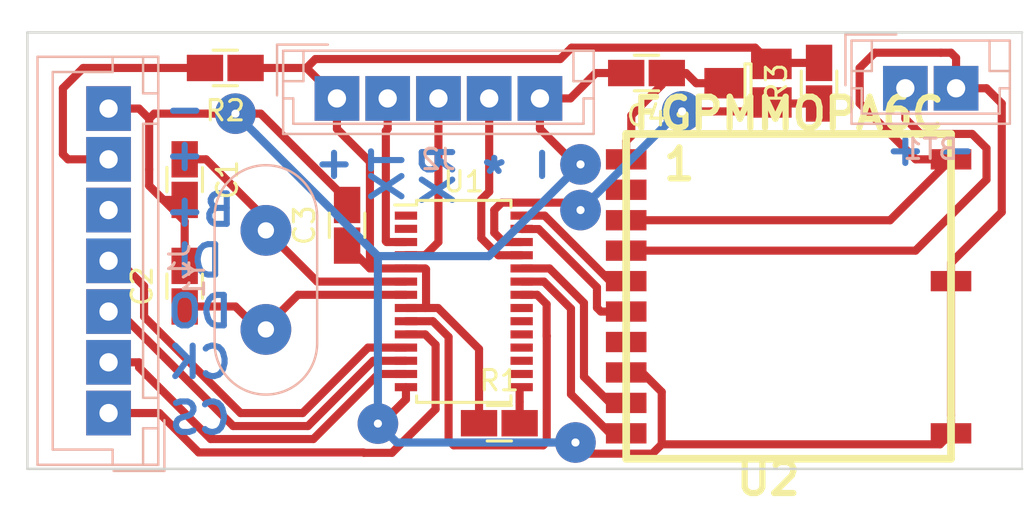
<source format=kicad_pcb>
(kicad_pcb (version 20171130) (host pcbnew 6.0.0-rc1-unknown-ba8647f~66~ubuntu18.04.1)

  (general
    (thickness 1.6)
    (drawings 18)
    (tracks 204)
    (zones 0)
    (modules 14)
    (nets 21)
  )

  (page A4)
  (layers
    (0 F.Cu signal)
    (31 B.Cu signal)
    (32 B.Adhes user)
    (33 F.Adhes user)
    (34 B.Paste user)
    (35 F.Paste user)
    (36 B.SilkS user)
    (37 F.SilkS user)
    (38 B.Mask user)
    (39 F.Mask user)
    (40 Dwgs.User user)
    (41 Cmts.User user)
    (42 Eco1.User user)
    (43 Eco2.User user)
    (44 Edge.Cuts user)
    (45 Margin user)
    (46 B.CrtYd user)
    (47 F.CrtYd user)
    (48 B.Fab user)
    (49 F.Fab user)
  )

  (setup
    (last_trace_width 0.4)
    (trace_clearance 0.24)
    (zone_clearance 0.508)
    (zone_45_only no)
    (trace_min 0.2)
    (via_size 2)
    (via_drill 0.4)
    (via_min_size 0.4)
    (via_min_drill 0.3)
    (uvia_size 0.3)
    (uvia_drill 0.1)
    (uvias_allowed no)
    (uvia_min_size 0.2)
    (uvia_min_drill 0.1)
    (edge_width 0.05)
    (segment_width 0.2)
    (pcb_text_width 0.3)
    (pcb_text_size 1.5 1.5)
    (mod_edge_width 0.12)
    (mod_text_size 1 1)
    (mod_text_width 0.15)
    (pad_size 1.524 1.524)
    (pad_drill 0.762)
    (pad_to_mask_clearance 0.051)
    (solder_mask_min_width 0.25)
    (aux_axis_origin 152.5 102)
    (visible_elements FFFFFF7F)
    (pcbplotparams
      (layerselection 0x010fc_ffffffff)
      (usegerberextensions false)
      (usegerberattributes false)
      (usegerberadvancedattributes false)
      (creategerberjobfile false)
      (excludeedgelayer true)
      (linewidth 0.100000)
      (plotframeref false)
      (viasonmask false)
      (mode 1)
      (useauxorigin false)
      (hpglpennumber 1)
      (hpglpenspeed 20)
      (hpglpendiameter 15.000000)
      (psnegative false)
      (psa4output false)
      (plotreference true)
      (plotvalue true)
      (plotinvisibletext false)
      (padsonsilk false)
      (subtractmaskfromsilk false)
      (outputformat 5)
      (mirror false)
      (drillshape 0)
      (scaleselection 1)
      (outputdirectory ""))
  )

  (net 0 "")
  (net 1 GND)
  (net 2 "Net-(C1-Pad1)")
  (net 3 "Net-(C2-Pad1)")
  (net 4 +3V3)
  (net 5 MOSI)
  (net 6 MISO)
  (net 7 SCK)
  (net 8 CS)
  (net 9 "Net-(R1-Pad2)")
  (net 10 "Net-(J1-Pad6)")
  (net 11 ~EN_GPS)
  (net 12 "Net-(C4-Pad1)")
  (net 13 /GPIO5)
  (net 14 /TX-A)
  (net 15 /RX-A)
  (net 16 "/1PPS(GPIO7)")
  (net 17 "/3DFIX(GPIO6)")
  (net 18 /RX-B)
  (net 19 /TX-B)
  (net 20 /VBACKUP)

  (net_class Default "This is the default net class."
    (clearance 0.24)
    (trace_width 0.4)
    (via_dia 2)
    (via_drill 0.4)
    (uvia_dia 0.3)
    (uvia_drill 0.1)
    (add_net +3V3)
    (add_net "/1PPS(GPIO7)")
    (add_net "/3DFIX(GPIO6)")
    (add_net /GPIO5)
    (add_net /RX-A)
    (add_net /RX-B)
    (add_net /TX-A)
    (add_net /TX-B)
    (add_net /VBACKUP)
    (add_net CS)
    (add_net GND)
    (add_net MISO)
    (add_net MOSI)
    (add_net "Net-(C1-Pad1)")
    (add_net "Net-(C2-Pad1)")
    (add_net "Net-(C4-Pad1)")
    (add_net "Net-(J1-Pad6)")
    (add_net "Net-(R1-Pad2)")
    (add_net SCK)
    (add_net ~EN_GPS)
  )

  (module coddingtonbear:JST_EH_B05B-EH-A_05x2.50mm_Straight_LargePads (layer B.Cu) (tedit 5A7522EC) (tstamp 5BAD75DC)
    (at 167.75 83.75)
    (descr "JST EH series connector, B05B-EH-A, 2.50mm pitch, top entry")
    (tags "connector jst eh top vertical straight")
    (path /5BAE9B28)
    (fp_text reference J2 (at 5 3) (layer B.SilkS)
      (effects (font (size 1 1) (thickness 0.15)) (justify mirror))
    )
    (fp_text value UART-A (at 5 -3.5) (layer B.Fab)
      (effects (font (size 1 1) (thickness 0.15)) (justify mirror))
    )
    (fp_line (start 13.15 2.25) (end -3.15 2.25) (layer B.CrtYd) (width 0.05))
    (fp_line (start 13.15 -2.85) (end 13.15 2.25) (layer B.CrtYd) (width 0.05))
    (fp_line (start -3.15 -2.85) (end 13.15 -2.85) (layer B.CrtYd) (width 0.05))
    (fp_line (start -3.15 2.25) (end -3.15 -2.85) (layer B.CrtYd) (width 0.05))
    (fp_line (start -2.95 -2.65) (end -0.45 -2.65) (layer B.Fab) (width 0.1))
    (fp_line (start -2.95 -0.15) (end -2.95 -2.65) (layer B.Fab) (width 0.1))
    (fp_line (start -2.95 -2.65) (end -0.45 -2.65) (layer B.SilkS) (width 0.12))
    (fp_line (start -2.95 -0.15) (end -2.95 -2.65) (layer B.SilkS) (width 0.12))
    (fp_line (start 11.65 -0.85) (end 11.65 -2.35) (layer B.SilkS) (width 0.12))
    (fp_line (start 12.65 -0.85) (end 11.65 -0.85) (layer B.SilkS) (width 0.12))
    (fp_line (start -1.65 -0.85) (end -1.65 -2.35) (layer B.SilkS) (width 0.12))
    (fp_line (start -2.65 -0.85) (end -1.65 -0.85) (layer B.SilkS) (width 0.12))
    (fp_line (start 12.15 0) (end 12.65 0) (layer B.SilkS) (width 0.12))
    (fp_line (start 12.15 1.25) (end 12.15 0) (layer B.SilkS) (width 0.12))
    (fp_line (start -2.15 1.25) (end 12.15 1.25) (layer B.SilkS) (width 0.12))
    (fp_line (start -2.15 0) (end -2.15 1.25) (layer B.SilkS) (width 0.12))
    (fp_line (start -2.65 0) (end -2.15 0) (layer B.SilkS) (width 0.12))
    (fp_line (start 12.65 1.75) (end -2.65 1.75) (layer B.SilkS) (width 0.12))
    (fp_line (start 12.65 -2.35) (end 12.65 1.75) (layer B.SilkS) (width 0.12))
    (fp_line (start -2.65 -2.35) (end 12.65 -2.35) (layer B.SilkS) (width 0.12))
    (fp_line (start -2.65 1.75) (end -2.65 -2.35) (layer B.SilkS) (width 0.12))
    (fp_line (start 12.5 1.6) (end -2.5 1.6) (layer B.Fab) (width 0.1))
    (fp_line (start 12.5 -2.2) (end 12.5 1.6) (layer B.Fab) (width 0.1))
    (fp_line (start -2.5 -2.2) (end 12.5 -2.2) (layer B.Fab) (width 0.1))
    (fp_line (start -2.5 1.6) (end -2.5 -2.2) (layer B.Fab) (width 0.1))
    (fp_text user %R (at 5 3) (layer B.Fab)
      (effects (font (size 1 1) (thickness 0.15)) (justify mirror))
    )
    (pad 5 thru_hole rect (at 10 0) (size 2.2 2.2) (drill 0.9) (layers *.Cu *.Mask)
      (net 1 GND))
    (pad 4 thru_hole rect (at 7.5 0) (size 2.2 2.2) (drill 0.9) (layers *.Cu *.Mask)
      (net 13 /GPIO5))
    (pad 3 thru_hole rect (at 5 0) (size 2.2 2.2) (drill 0.9) (layers *.Cu *.Mask)
      (net 15 /RX-A))
    (pad 2 thru_hole rect (at 2.5 0) (size 2.2 2.2) (drill 0.9) (layers *.Cu *.Mask)
      (net 14 /TX-A))
    (pad 1 thru_hole rect (at 0 0) (size 2.2 2.2) (drill 0.9) (layers *.Cu *.Mask)
      (net 4 +3V3))
    (model Connectors_JST.3dshapes/JST_EH_B05B-EH-A_05x2.50mm_Straight.wrl
      (at (xyz 0 0 0))
      (scale (xyz 1 1 1))
      (rotate (xyz 0 0 0))
    )
  )

  (module coddingtonbear:Crystal_HC49-U_Vertical_LargePads (layer B.Cu) (tedit 5BAD0565) (tstamp 5BA0A5D3)
    (at 164.25 90.25 270)
    (descr "Crystal THT HC-49/U http://5hertz.com/pdfs/04404_D.pdf")
    (tags "THT crystalHC-49/U")
    (path /5BA0276E)
    (fp_text reference Y1 (at 2.44 3.525 270) (layer B.SilkS)
      (effects (font (size 1 1) (thickness 0.15)) (justify mirror))
    )
    (fp_text value 14.7456M (at 2.44 -3.525 270) (layer B.Fab)
      (effects (font (size 1 1) (thickness 0.15)) (justify mirror))
    )
    (fp_text user %R (at 2.44 0 270) (layer B.Fab)
      (effects (font (size 1 1) (thickness 0.15)) (justify mirror))
    )
    (fp_line (start -0.685 2.325) (end 5.565 2.325) (layer B.Fab) (width 0.1))
    (fp_line (start -0.685 -2.325) (end 5.565 -2.325) (layer B.Fab) (width 0.1))
    (fp_line (start -0.56 2) (end 5.44 2) (layer B.Fab) (width 0.1))
    (fp_line (start -0.56 -2) (end 5.44 -2) (layer B.Fab) (width 0.1))
    (fp_line (start -0.685 2.525) (end 5.565 2.525) (layer B.SilkS) (width 0.12))
    (fp_line (start -0.685 -2.525) (end 5.565 -2.525) (layer B.SilkS) (width 0.12))
    (fp_line (start -3.5 2.8) (end -3.5 -2.8) (layer B.CrtYd) (width 0.05))
    (fp_line (start -3.5 -2.8) (end 8.4 -2.8) (layer B.CrtYd) (width 0.05))
    (fp_line (start 8.4 -2.8) (end 8.4 2.8) (layer B.CrtYd) (width 0.05))
    (fp_line (start 8.4 2.8) (end -3.5 2.8) (layer B.CrtYd) (width 0.05))
    (fp_arc (start -0.685 0) (end -0.685 2.325) (angle 180) (layer B.Fab) (width 0.1))
    (fp_arc (start 5.565 0) (end 5.565 2.325) (angle -180) (layer B.Fab) (width 0.1))
    (fp_arc (start -0.56 0) (end -0.56 2) (angle 180) (layer B.Fab) (width 0.1))
    (fp_arc (start 5.44 0) (end 5.44 2) (angle -180) (layer B.Fab) (width 0.1))
    (fp_arc (start -0.685 0) (end -0.685 2.525) (angle 180) (layer B.SilkS) (width 0.12))
    (fp_arc (start 5.565 0) (end 5.565 2.525) (angle -180) (layer B.SilkS) (width 0.12))
    (pad 1 thru_hole circle (at 0 0 270) (size 2.5 2.5) (drill 0.8) (layers *.Cu *.Mask)
      (net 2 "Net-(C1-Pad1)"))
    (pad 2 thru_hole circle (at 4.88 0 270) (size 2.5 2.5) (drill 0.8) (layers *.Cu *.Mask)
      (net 3 "Net-(C2-Pad1)"))
    (model ${KISYS3DMOD}/Crystal.3dshapes/Crystal_HC49-U_Vertical.wrl
      (at (xyz 0 0 0))
      (scale (xyz 1 1 1))
      (rotate (xyz 0 0 0))
    )
  )

  (module coddingtonbear:0805_Milling (layer F.Cu) (tedit 5A864972) (tstamp 5BAD111B)
    (at 191.5 83 90)
    (descr "Resistor SMD 0805, reflow soldering, Vishay (see dcrcw.pdf)")
    (tags "resistor 0805")
    (path /5BADF797)
    (attr smd)
    (fp_text reference R3 (at 0 -2.1 90) (layer F.SilkS)
      (effects (font (size 1 1) (thickness 0.15)))
    )
    (fp_text value 10k (at 0 2.1 90) (layer F.Fab)
      (effects (font (size 1 1) (thickness 0.15)))
    )
    (fp_line (start 0.6 0.875) (end -0.6 0.875) (layer F.SilkS) (width 0.15))
    (fp_line (start -0.6 -0.875) (end 0.6 -0.875) (layer F.SilkS) (width 0.15))
    (pad 1 smd rect (at -1 0 90) (size 1.79 1.3) (layers F.Cu F.Paste F.Mask)
      (net 11 ~EN_GPS))
    (pad 2 smd rect (at 1 0 90) (size 1.79 1.3) (layers F.Cu F.Paste F.Mask)
      (net 4 +3V3))
    (model Resistors_SMD.3dshapes/R_0805.wrl
      (at (xyz 0 0 0))
      (scale (xyz 1 1 1))
      (rotate (xyz 0 0 0))
    )
  )

  (module coddingtonbear:0805_Milling (layer F.Cu) (tedit 5A864972) (tstamp 5BAD1113)
    (at 162.25 82.25 180)
    (descr "Resistor SMD 0805, reflow soldering, Vishay (see dcrcw.pdf)")
    (tags "resistor 0805")
    (path /5BAE2014)
    (attr smd)
    (fp_text reference R2 (at 0 -2.1 180) (layer F.SilkS)
      (effects (font (size 1 1) (thickness 0.15)))
    )
    (fp_text value 0 (at 0 2.1 180) (layer F.Fab)
      (effects (font (size 1 1) (thickness 0.15)))
    )
    (fp_line (start 0.6 0.875) (end -0.6 0.875) (layer F.SilkS) (width 0.15))
    (fp_line (start -0.6 -0.875) (end 0.6 -0.875) (layer F.SilkS) (width 0.15))
    (pad 1 smd rect (at -1 0 180) (size 1.79 1.3) (layers F.Cu F.Paste F.Mask)
      (net 4 +3V3))
    (pad 2 smd rect (at 1 0 180) (size 1.79 1.3) (layers F.Cu F.Paste F.Mask)
      (net 10 "Net-(J1-Pad6)"))
    (model Resistors_SMD.3dshapes/R_0805.wrl
      (at (xyz 0 0 0))
      (scale (xyz 1 1 1))
      (rotate (xyz 0 0 0))
    )
  )

  (module coddingtonbear:SOT-23_LargePads (layer F.Cu) (tedit 5A889357) (tstamp 5BAD10FD)
    (at 188 83 180)
    (path /5BADD758)
    (fp_text reference Q1 (at 0 -2.45 180) (layer F.Fab)
      (effects (font (size 1 1) (thickness 0.15)))
    )
    (fp_text value NTR1P02T1 (at 0 2.45 180) (layer F.Fab)
      (effects (font (size 1 1) (thickness 0.15)))
    )
    (fp_line (start -1.9 1.75) (end -1.9 -1.75) (layer F.CrtYd) (width 0.01))
    (fp_line (start 1.9 1.75) (end -1.9 1.75) (layer F.CrtYd) (width 0.01))
    (fp_line (start 1.9 -1.75) (end 1.9 1.75) (layer F.CrtYd) (width 0.01))
    (fp_line (start -1.9 -1.75) (end 1.9 -1.75) (layer F.CrtYd) (width 0.01))
    (fp_line (start -0.15 -0.65) (end 0.15 -0.95) (layer F.SilkS) (width 0.15))
    (fp_line (start -0.15 0.95) (end -0.15 -0.65) (layer F.SilkS) (width 0.15))
    (fp_line (start 0.15 0.95) (end -0.15 0.95) (layer F.SilkS) (width 0.15))
    (fp_line (start 0.15 -0.95) (end 0.15 0.95) (layer F.SilkS) (width 0.15))
    (fp_line (start 0.15 -0.95) (end 0.15 -0.95) (layer F.SilkS) (width 0.15))
    (fp_line (start 1.25 0.24) (end 0.7 0.24) (layer F.Fab) (width 0.01))
    (fp_line (start 1.25 -0.24) (end 1.25 0.24) (layer F.Fab) (width 0.01))
    (fp_line (start 0.7 -0.24) (end 1.25 -0.24) (layer F.Fab) (width 0.01))
    (fp_line (start -1.25 1.19) (end -1.25 0.71) (layer F.Fab) (width 0.01))
    (fp_line (start -0.7 1.19) (end -1.25 1.19) (layer F.Fab) (width 0.01))
    (fp_line (start -1.25 0.71) (end -0.7 0.71) (layer F.Fab) (width 0.01))
    (fp_line (start -1.25 -0.71) (end -1.25 -1.19) (layer F.Fab) (width 0.01))
    (fp_line (start -0.7 -0.71) (end -1.25 -0.71) (layer F.Fab) (width 0.01))
    (fp_line (start -1.25 -1.19) (end -0.7 -1.19) (layer F.Fab) (width 0.01))
    (fp_circle (center 0.1 -0.7) (end 0.1 -0.3) (layer F.Fab) (width 0.01))
    (fp_line (start -0.7 1.5) (end -0.7 -1.5) (layer F.Fab) (width 0.01))
    (fp_line (start 0.7 1.5) (end -0.7 1.5) (layer F.Fab) (width 0.01))
    (fp_line (start 0.7 -1.5) (end 0.7 1.5) (layer F.Fab) (width 0.01))
    (fp_line (start -0.7 -1.5) (end 0.7 -1.5) (layer F.Fab) (width 0.01))
    (pad 3 smd rect (at 1.15 0 180) (size 2 1.5) (layers F.Cu F.Paste F.Mask)
      (net 12 "Net-(C4-Pad1)"))
    (pad 2 smd rect (at -1.15 0.95 180) (size 2 1.5) (layers F.Cu F.Paste F.Mask)
      (net 4 +3V3))
    (pad 1 smd rect (at -1.15 -0.95 180) (size 2 1.5) (layers F.Cu F.Paste F.Mask)
      (net 11 ~EN_GPS))
    (model ${KISYS3DMOD}/TO_SOT_Packages_SMD.3dshapes/SOT-23.wrl
      (at (xyz 0 0 0))
      (scale (xyz 1 1 1))
      (rotate (xyz 0 0 90))
    )
  )

  (module coddingtonbear:FGPMMOPA6C (layer F.Cu) (tedit 5A868156) (tstamp 5BA0A5BC)
    (at 190 93.5)
    (path /5BA00BAD)
    (fp_text reference U2 (at -1.00076 8.99922) (layer F.SilkS)
      (effects (font (size 1.524 1.524) (thickness 0.3048)))
    )
    (fp_text value FGPMMOPA6C (at 0 -8.99922) (layer F.SilkS)
      (effects (font (size 1.524 1.524) (thickness 0.3048)))
    )
    (fp_line (start -8.001 8.001) (end -8.001 0) (layer F.SilkS) (width 0.381))
    (fp_line (start 8.001 8.001) (end -8.001 8.001) (layer F.SilkS) (width 0.381))
    (fp_line (start 8.001 5.99948) (end 8.001 8.001) (layer F.SilkS) (width 0.381))
    (fp_line (start 8.001 -8.001) (end 8.001 5.99948) (layer F.SilkS) (width 0.381))
    (fp_line (start -8.001 -8.001) (end 8.001 -8.001) (layer F.SilkS) (width 0.381))
    (fp_line (start -8.001 0) (end -8.001 -8.001) (layer F.SilkS) (width 0.381))
    (fp_text user 1 (at -5.3848 -6.5024) (layer F.SilkS)
      (effects (font (size 1.524 1.524) (thickness 0.3048)))
    )
    (pad 13 smd rect (at 8.001 -6.74878) (size 1.99898 1.00076) (layers F.Cu F.Paste F.Mask)
      (net 1 GND))
    (pad 12 smd rect (at 8.001 -0.7493) (size 1.99898 1.00076) (layers F.Cu F.Paste F.Mask)
      (net 1 GND))
    (pad 11 smd rect (at 8.001 6.74878) (size 1.99898 1.00076) (layers F.Cu F.Paste F.Mask)
      (net 1 GND))
    (pad 10 smd rect (at -8.001 6.74878) (size 1.99898 1.00076) (layers F.Cu F.Paste F.Mask)
      (net 19 /TX-B))
    (pad 9 smd rect (at -8.001 5.25018) (size 1.99898 1.00076) (layers F.Cu F.Paste F.Mask)
      (net 18 /RX-B))
    (pad 8 smd rect (at -8.001 3.74904) (size 1.99898 1.00076) (layers F.Cu F.Paste F.Mask)
      (net 1 GND))
    (pad 7 smd rect (at -8.001 2.25044) (size 1.99898 1.00076) (layers F.Cu F.Paste F.Mask))
    (pad 6 smd rect (at -8.001 0.7493) (size 1.99898 1.00076) (layers F.Cu F.Paste F.Mask)
      (net 17 "/3DFIX(GPIO6)"))
    (pad 5 smd rect (at -8.001 -0.7493) (size 1.99898 1.00076) (layers F.Cu F.Paste F.Mask)
      (net 16 "/1PPS(GPIO7)"))
    (pad 4 smd rect (at -8.001 -2.25044) (size 1.99898 1.00076) (layers F.Cu F.Paste F.Mask)
      (net 20 /VBACKUP))
    (pad 3 smd rect (at -8.001 -3.74904) (size 1.99898 1.00076) (layers F.Cu F.Paste F.Mask)
      (net 1 GND))
    (pad 2 smd rect (at -8.001 -5.25018) (size 1.99898 1.00076) (layers F.Cu F.Paste F.Mask))
    (pad 1 smd rect (at -8.001 -6.74878) (size 1.99898 1.00076) (layers F.Cu F.Paste F.Mask)
      (net 12 "Net-(C4-Pad1)"))
  )

  (module Package_SO:TSSOP-28_4.4x9.7mm_P0.65mm (layer F.Cu) (tedit 5A02F25C) (tstamp 5BA0A5A4)
    (at 174 93.75)
    (descr "TSSOP28: plastic thin shrink small outline package; 28 leads; body width 4.4 mm; (see NXP SSOP-TSSOP-VSO-REFLOW.pdf and sot361-1_po.pdf)")
    (tags "SSOP 0.65")
    (path /5BA00DD5)
    (attr smd)
    (fp_text reference U1 (at 0 -5.9) (layer F.SilkS)
      (effects (font (size 1 1) (thickness 0.15)))
    )
    (fp_text value SC16IS752IPW (at 0 5.9) (layer F.Fab)
      (effects (font (size 1 1) (thickness 0.15)))
    )
    (fp_text user %R (at 0 0) (layer F.Fab)
      (effects (font (size 0.8 0.8) (thickness 0.15)))
    )
    (fp_line (start -2.325 -4.75) (end -3.4 -4.75) (layer F.SilkS) (width 0.15))
    (fp_line (start -2.325 4.975) (end 2.325 4.975) (layer F.SilkS) (width 0.15))
    (fp_line (start -2.325 -4.975) (end 2.325 -4.975) (layer F.SilkS) (width 0.15))
    (fp_line (start -2.325 4.975) (end -2.325 4.65) (layer F.SilkS) (width 0.15))
    (fp_line (start 2.325 4.975) (end 2.325 4.65) (layer F.SilkS) (width 0.15))
    (fp_line (start 2.325 -4.975) (end 2.325 -4.65) (layer F.SilkS) (width 0.15))
    (fp_line (start -2.325 -4.975) (end -2.325 -4.75) (layer F.SilkS) (width 0.15))
    (fp_line (start -3.65 5.15) (end 3.65 5.15) (layer F.CrtYd) (width 0.05))
    (fp_line (start -3.65 -5.15) (end 3.65 -5.15) (layer F.CrtYd) (width 0.05))
    (fp_line (start 3.65 -5.15) (end 3.65 5.15) (layer F.CrtYd) (width 0.05))
    (fp_line (start -3.65 -5.15) (end -3.65 5.15) (layer F.CrtYd) (width 0.05))
    (fp_line (start -2.2 -3.85) (end -1.2 -4.85) (layer F.Fab) (width 0.15))
    (fp_line (start -2.2 4.85) (end -2.2 -3.85) (layer F.Fab) (width 0.15))
    (fp_line (start 2.2 4.85) (end -2.2 4.85) (layer F.Fab) (width 0.15))
    (fp_line (start 2.2 -4.85) (end 2.2 4.85) (layer F.Fab) (width 0.15))
    (fp_line (start -1.2 -4.85) (end 2.2 -4.85) (layer F.Fab) (width 0.15))
    (pad 28 smd rect (at 2.85 -4.225) (size 1.1 0.4) (layers F.Cu F.Paste F.Mask)
      (net 16 "/1PPS(GPIO7)"))
    (pad 27 smd rect (at 2.85 -3.575) (size 1.1 0.4) (layers F.Cu F.Paste F.Mask)
      (net 17 "/3DFIX(GPIO6)"))
    (pad 26 smd rect (at 2.85 -2.925) (size 1.1 0.4) (layers F.Cu F.Paste F.Mask)
      (net 11 ~EN_GPS))
    (pad 25 smd rect (at 2.85 -2.275) (size 1.1 0.4) (layers F.Cu F.Paste F.Mask)
      (net 13 /GPIO5))
    (pad 24 smd rect (at 2.85 -1.625) (size 1.1 0.4) (layers F.Cu F.Paste F.Mask)
      (net 18 /RX-B))
    (pad 23 smd rect (at 2.85 -0.975) (size 1.1 0.4) (layers F.Cu F.Paste F.Mask)
      (net 19 /TX-B))
    (pad 22 smd rect (at 2.85 -0.325) (size 1.1 0.4) (layers F.Cu F.Paste F.Mask)
      (net 1 GND))
    (pad 21 smd rect (at 2.85 0.325) (size 1.1 0.4) (layers F.Cu F.Paste F.Mask))
    (pad 20 smd rect (at 2.85 0.975) (size 1.1 0.4) (layers F.Cu F.Paste F.Mask))
    (pad 19 smd rect (at 2.85 1.625) (size 1.1 0.4) (layers F.Cu F.Paste F.Mask))
    (pad 18 smd rect (at 2.85 2.275) (size 1.1 0.4) (layers F.Cu F.Paste F.Mask))
    (pad 17 smd rect (at 2.85 2.925) (size 1.1 0.4) (layers F.Cu F.Paste F.Mask))
    (pad 16 smd rect (at 2.85 3.575) (size 1.1 0.4) (layers F.Cu F.Paste F.Mask))
    (pad 15 smd rect (at 2.85 4.225) (size 1.1 0.4) (layers F.Cu F.Paste F.Mask)
      (net 9 "Net-(R1-Pad2)"))
    (pad 14 smd rect (at -2.85 4.225) (size 1.1 0.4) (layers F.Cu F.Paste F.Mask)
      (net 1 GND))
    (pad 13 smd rect (at -2.85 3.575) (size 1.1 0.4) (layers F.Cu F.Paste F.Mask)
      (net 7 SCK))
    (pad 12 smd rect (at -2.85 2.925) (size 1.1 0.4) (layers F.Cu F.Paste F.Mask)
      (net 6 MISO))
    (pad 11 smd rect (at -2.85 2.275) (size 1.1 0.4) (layers F.Cu F.Paste F.Mask)
      (net 5 MOSI))
    (pad 10 smd rect (at -2.85 1.625) (size 1.1 0.4) (layers F.Cu F.Paste F.Mask)
      (net 8 CS))
    (pad 9 smd rect (at -2.85 0.975) (size 1.1 0.4) (layers F.Cu F.Paste F.Mask)
      (net 1 GND))
    (pad 8 smd rect (at -2.85 0.325) (size 1.1 0.4) (layers F.Cu F.Paste F.Mask)
      (net 4 +3V3))
    (pad 7 smd rect (at -2.85 -0.325) (size 1.1 0.4) (layers F.Cu F.Paste F.Mask)
      (net 3 "Net-(C2-Pad1)"))
    (pad 6 smd rect (at -2.85 -0.975) (size 1.1 0.4) (layers F.Cu F.Paste F.Mask)
      (net 2 "Net-(C1-Pad1)"))
    (pad 5 smd rect (at -2.85 -1.625) (size 1.1 0.4) (layers F.Cu F.Paste F.Mask)
      (net 4 +3V3))
    (pad 4 smd rect (at -2.85 -2.275) (size 1.1 0.4) (layers F.Cu F.Paste F.Mask)
      (net 15 /RX-A))
    (pad 3 smd rect (at -2.85 -2.925) (size 1.1 0.4) (layers F.Cu F.Paste F.Mask)
      (net 14 /TX-A))
    (pad 2 smd rect (at -2.85 -3.575) (size 1.1 0.4) (layers F.Cu F.Paste F.Mask))
    (pad 1 smd rect (at -2.85 -4.225) (size 1.1 0.4) (layers F.Cu F.Paste F.Mask))
    (model ${KISYS3DMOD}/Package_SO.3dshapes/TSSOP-28_4.4x9.7mm_P0.65mm.wrl
      (at (xyz 0 0 0))
      (scale (xyz 1 1 1))
      (rotate (xyz 0 0 0))
    )
  )

  (module coddingtonbear:0805_Milling (layer F.Cu) (tedit 5A864972) (tstamp 5BA0A573)
    (at 175.75 99.75)
    (descr "Resistor SMD 0805, reflow soldering, Vishay (see dcrcw.pdf)")
    (tags "resistor 0805")
    (path /5BA01859)
    (attr smd)
    (fp_text reference R1 (at 0 -2.1) (layer F.SilkS)
      (effects (font (size 1 1) (thickness 0.15)))
    )
    (fp_text value 1k (at 0 2.1) (layer F.Fab)
      (effects (font (size 1 1) (thickness 0.15)))
    )
    (fp_line (start 0.6 0.875) (end -0.6 0.875) (layer F.SilkS) (width 0.15))
    (fp_line (start -0.6 -0.875) (end 0.6 -0.875) (layer F.SilkS) (width 0.15))
    (pad 1 smd rect (at -1 0) (size 1.79 1.3) (layers F.Cu F.Paste F.Mask)
      (net 4 +3V3))
    (pad 2 smd rect (at 1 0) (size 1.79 1.3) (layers F.Cu F.Paste F.Mask)
      (net 9 "Net-(R1-Pad2)"))
    (model Resistors_SMD.3dshapes/R_0805.wrl
      (at (xyz 0 0 0))
      (scale (xyz 1 1 1))
      (rotate (xyz 0 0 0))
    )
  )

  (module coddingtonbear:JST_XH_B07B-XH-A_07x2.50mm_Straight_LargePads (layer B.Cu) (tedit 5AAD8C7F) (tstamp 5BA0A56B)
    (at 156.5 99.25 90)
    (descr "JST XH series connector, B07B-XH-A, top entry type, through hole")
    (tags "connector jst xh tht top vertical 2.50mm")
    (path /5BA0101C)
    (fp_text reference J1 (at 7.5 3.5 90) (layer B.SilkS)
      (effects (font (size 1 1) (thickness 0.15)) (justify mirror))
    )
    (fp_text value IO (at 7.5 -4.5 90) (layer B.Fab)
      (effects (font (size 1 1) (thickness 0.15)) (justify mirror))
    )
    (fp_text user %R (at 7.5 -2.5 90) (layer B.Fab)
      (effects (font (size 1 1) (thickness 0.15)) (justify mirror))
    )
    (fp_line (start -2.85 2.75) (end -2.85 0.25) (layer B.Fab) (width 0.1))
    (fp_line (start -0.35 2.75) (end -2.85 2.75) (layer B.Fab) (width 0.1))
    (fp_line (start -2.85 2.75) (end -2.85 0.25) (layer B.SilkS) (width 0.12))
    (fp_line (start -0.35 2.75) (end -2.85 2.75) (layer B.SilkS) (width 0.12))
    (fp_line (start 16.8 -2.75) (end 7.5 -2.75) (layer B.SilkS) (width 0.12))
    (fp_line (start 16.8 0.2) (end 16.8 -2.75) (layer B.SilkS) (width 0.12))
    (fp_line (start 17.55 0.2) (end 16.8 0.2) (layer B.SilkS) (width 0.12))
    (fp_line (start -1.8 -2.75) (end 7.5 -2.75) (layer B.SilkS) (width 0.12))
    (fp_line (start -1.8 0.2) (end -1.8 -2.75) (layer B.SilkS) (width 0.12))
    (fp_line (start -2.55 0.2) (end -1.8 0.2) (layer B.SilkS) (width 0.12))
    (fp_line (start 17.55 2.45) (end 15.75 2.45) (layer B.SilkS) (width 0.12))
    (fp_line (start 17.55 1.7) (end 17.55 2.45) (layer B.SilkS) (width 0.12))
    (fp_line (start 15.75 1.7) (end 17.55 1.7) (layer B.SilkS) (width 0.12))
    (fp_line (start 15.75 2.45) (end 15.75 1.7) (layer B.SilkS) (width 0.12))
    (fp_line (start -0.75 2.45) (end -2.55 2.45) (layer B.SilkS) (width 0.12))
    (fp_line (start -0.75 1.7) (end -0.75 2.45) (layer B.SilkS) (width 0.12))
    (fp_line (start -2.55 1.7) (end -0.75 1.7) (layer B.SilkS) (width 0.12))
    (fp_line (start -2.55 2.45) (end -2.55 1.7) (layer B.SilkS) (width 0.12))
    (fp_line (start 14.25 2.45) (end 0.75 2.45) (layer B.SilkS) (width 0.12))
    (fp_line (start 14.25 1.7) (end 14.25 2.45) (layer B.SilkS) (width 0.12))
    (fp_line (start 0.75 1.7) (end 14.25 1.7) (layer B.SilkS) (width 0.12))
    (fp_line (start 0.75 2.45) (end 0.75 1.7) (layer B.SilkS) (width 0.12))
    (fp_line (start 17.55 2.45) (end -2.55 2.45) (layer B.SilkS) (width 0.12))
    (fp_line (start 17.55 -3.5) (end 17.55 2.45) (layer B.SilkS) (width 0.12))
    (fp_line (start -2.55 -3.5) (end 17.55 -3.5) (layer B.SilkS) (width 0.12))
    (fp_line (start -2.55 2.45) (end -2.55 -3.5) (layer B.SilkS) (width 0.12))
    (fp_line (start 17.9 2.85) (end -2.95 2.85) (layer B.CrtYd) (width 0.05))
    (fp_line (start 17.9 -3.9) (end 17.9 2.85) (layer B.CrtYd) (width 0.05))
    (fp_line (start -2.95 -3.9) (end 17.9 -3.9) (layer B.CrtYd) (width 0.05))
    (fp_line (start -2.95 2.85) (end -2.95 -3.9) (layer B.CrtYd) (width 0.05))
    (fp_line (start 17.45 2.35) (end -2.45 2.35) (layer B.Fab) (width 0.1))
    (fp_line (start 17.45 -3.4) (end 17.45 2.35) (layer B.Fab) (width 0.1))
    (fp_line (start -2.45 -3.4) (end 17.45 -3.4) (layer B.Fab) (width 0.1))
    (fp_line (start -2.45 2.35) (end -2.45 -3.4) (layer B.Fab) (width 0.1))
    (pad 7 thru_hole rect (at 15 0 90) (size 2.2 2.2) (drill 0.9) (layers *.Cu *.Mask)
      (net 1 GND))
    (pad 6 thru_hole rect (at 12.5 0 90) (size 2.2 2.2) (drill 0.9) (layers *.Cu *.Mask)
      (net 10 "Net-(J1-Pad6)"))
    (pad 5 thru_hole rect (at 10 0 90) (size 2.2 2.2) (drill 0.9) (layers *.Cu *.Mask))
    (pad 4 thru_hole rect (at 7.5 0 90) (size 2.2 2.2) (drill 0.9) (layers *.Cu *.Mask)
      (net 5 MOSI))
    (pad 3 thru_hole rect (at 5 0 90) (size 2.2 2.2) (drill 0.9) (layers *.Cu *.Mask)
      (net 6 MISO))
    (pad 2 thru_hole rect (at 2.5 0 90) (size 2.2 2.2) (drill 0.9) (layers *.Cu *.Mask)
      (net 7 SCK))
    (pad 1 thru_hole rect (at 0 0 90) (size 2.2 2.2) (drill 0.9) (layers *.Cu *.Mask)
      (net 8 CS))
    (model Connectors_JST.3dshapes/JST_XH_B07B-XH-A_07x2.50mm_Straight.wrl
      (at (xyz 0 0 0))
      (scale (xyz 1 1 1))
      (rotate (xyz 0 0 0))
    )
  )

  (module coddingtonbear:0805_Milling (layer F.Cu) (tedit 5A864972) (tstamp 5BA0A53D)
    (at 183 82.5 180)
    (descr "Resistor SMD 0805, reflow soldering, Vishay (see dcrcw.pdf)")
    (tags "resistor 0805")
    (path /5BA01489)
    (attr smd)
    (fp_text reference C4 (at 0 -2.1 180) (layer F.SilkS)
      (effects (font (size 1 1) (thickness 0.15)))
    )
    (fp_text value 0.1u (at 0 2.1 180) (layer F.Fab)
      (effects (font (size 1 1) (thickness 0.15)))
    )
    (fp_line (start 0.6 0.875) (end -0.6 0.875) (layer F.SilkS) (width 0.15))
    (fp_line (start -0.6 -0.875) (end 0.6 -0.875) (layer F.SilkS) (width 0.15))
    (pad 1 smd rect (at -1 0 180) (size 1.79 1.3) (layers F.Cu F.Paste F.Mask)
      (net 12 "Net-(C4-Pad1)"))
    (pad 2 smd rect (at 1 0 180) (size 1.79 1.3) (layers F.Cu F.Paste F.Mask)
      (net 1 GND))
    (model Resistors_SMD.3dshapes/R_0805.wrl
      (at (xyz 0 0 0))
      (scale (xyz 1 1 1))
      (rotate (xyz 0 0 0))
    )
  )

  (module coddingtonbear:0805_Milling (layer F.Cu) (tedit 5A864972) (tstamp 5BA0A535)
    (at 168.25 90 90)
    (descr "Resistor SMD 0805, reflow soldering, Vishay (see dcrcw.pdf)")
    (tags "resistor 0805")
    (path /5BA01389)
    (attr smd)
    (fp_text reference C3 (at 0 -2.1 90) (layer F.SilkS)
      (effects (font (size 1 1) (thickness 0.15)))
    )
    (fp_text value 0.1u (at 0 2.1 90) (layer F.Fab)
      (effects (font (size 1 1) (thickness 0.15)))
    )
    (fp_line (start 0.6 0.875) (end -0.6 0.875) (layer F.SilkS) (width 0.15))
    (fp_line (start -0.6 -0.875) (end 0.6 -0.875) (layer F.SilkS) (width 0.15))
    (pad 1 smd rect (at -1 0 90) (size 1.79 1.3) (layers F.Cu F.Paste F.Mask)
      (net 4 +3V3))
    (pad 2 smd rect (at 1 0 90) (size 1.79 1.3) (layers F.Cu F.Paste F.Mask)
      (net 1 GND))
    (model Resistors_SMD.3dshapes/R_0805.wrl
      (at (xyz 0 0 0))
      (scale (xyz 1 1 1))
      (rotate (xyz 0 0 0))
    )
  )

  (module coddingtonbear:0805_Milling (layer F.Cu) (tedit 5A864972) (tstamp 5BA0A52D)
    (at 160.25 93 90)
    (descr "Resistor SMD 0805, reflow soldering, Vishay (see dcrcw.pdf)")
    (tags "resistor 0805")
    (path /5BA0285D)
    (attr smd)
    (fp_text reference C2 (at 0 -2.1 90) (layer F.SilkS)
      (effects (font (size 1 1) (thickness 0.15)))
    )
    (fp_text value 22p (at 0 2.1 90) (layer F.Fab)
      (effects (font (size 1 1) (thickness 0.15)))
    )
    (fp_line (start 0.6 0.875) (end -0.6 0.875) (layer F.SilkS) (width 0.15))
    (fp_line (start -0.6 -0.875) (end 0.6 -0.875) (layer F.SilkS) (width 0.15))
    (pad 1 smd rect (at -1 0 90) (size 1.79 1.3) (layers F.Cu F.Paste F.Mask)
      (net 3 "Net-(C2-Pad1)"))
    (pad 2 smd rect (at 1 0 90) (size 1.79 1.3) (layers F.Cu F.Paste F.Mask)
      (net 1 GND))
    (model Resistors_SMD.3dshapes/R_0805.wrl
      (at (xyz 0 0 0))
      (scale (xyz 1 1 1))
      (rotate (xyz 0 0 0))
    )
  )

  (module coddingtonbear:0805_Milling (layer F.Cu) (tedit 5A864972) (tstamp 5BA0A525)
    (at 160.25 87.75 270)
    (descr "Resistor SMD 0805, reflow soldering, Vishay (see dcrcw.pdf)")
    (tags "resistor 0805")
    (path /5BA02806)
    (attr smd)
    (fp_text reference C1 (at 0 -2.1 270) (layer F.SilkS)
      (effects (font (size 1 1) (thickness 0.15)))
    )
    (fp_text value 22p (at 0 2.1 270) (layer F.Fab)
      (effects (font (size 1 1) (thickness 0.15)))
    )
    (fp_line (start 0.6 0.875) (end -0.6 0.875) (layer F.SilkS) (width 0.15))
    (fp_line (start -0.6 -0.875) (end 0.6 -0.875) (layer F.SilkS) (width 0.15))
    (pad 1 smd rect (at -1 0 270) (size 1.79 1.3) (layers F.Cu F.Paste F.Mask)
      (net 2 "Net-(C1-Pad1)"))
    (pad 2 smd rect (at 1 0 270) (size 1.79 1.3) (layers F.Cu F.Paste F.Mask)
      (net 1 GND))
    (model Resistors_SMD.3dshapes/R_0805.wrl
      (at (xyz 0 0 0))
      (scale (xyz 1 1 1))
      (rotate (xyz 0 0 0))
    )
  )

  (module coddingtonbear:JST_EH_B02B-EH-A_02x2.50mm_Straight_LargePads (layer B.Cu) (tedit 5A7523D6) (tstamp 5BA0A51D)
    (at 195.75 83.25)
    (descr "JST EH series connector, B02B-EH-A, 2.50mm pitch, top entry")
    (tags "connector jst eh top vertical straight")
    (path /5BA051E4)
    (fp_text reference BT1 (at 1.25 3) (layer B.SilkS)
      (effects (font (size 1 1) (thickness 0.15)) (justify mirror))
    )
    (fp_text value Battery_Cell (at 1.25 -3.5) (layer B.Fab)
      (effects (font (size 1 1) (thickness 0.15)) (justify mirror))
    )
    (fp_line (start 5.65 2.25) (end -3.15 2.25) (layer B.CrtYd) (width 0.05))
    (fp_line (start 5.65 -2.85) (end 5.65 2.25) (layer B.CrtYd) (width 0.05))
    (fp_line (start -3.15 -2.85) (end 5.65 -2.85) (layer B.CrtYd) (width 0.05))
    (fp_line (start -3.15 2.25) (end -3.15 -2.85) (layer B.CrtYd) (width 0.05))
    (fp_line (start -2.95 -2.65) (end -0.45 -2.65) (layer B.Fab) (width 0.1))
    (fp_line (start -2.95 -0.15) (end -2.95 -2.65) (layer B.Fab) (width 0.1))
    (fp_line (start -2.95 -2.65) (end -0.45 -2.65) (layer B.SilkS) (width 0.12))
    (fp_line (start -2.95 -0.15) (end -2.95 -2.65) (layer B.SilkS) (width 0.12))
    (fp_line (start 4.15 -0.85) (end 4.15 -2.35) (layer B.SilkS) (width 0.12))
    (fp_line (start 5.15 -0.85) (end 4.15 -0.85) (layer B.SilkS) (width 0.12))
    (fp_line (start -1.65 -0.85) (end -1.65 -2.35) (layer B.SilkS) (width 0.12))
    (fp_line (start -2.65 -0.85) (end -1.65 -0.85) (layer B.SilkS) (width 0.12))
    (fp_line (start 4.65 0) (end 5.15 0) (layer B.SilkS) (width 0.12))
    (fp_line (start 4.65 1.25) (end 4.65 0) (layer B.SilkS) (width 0.12))
    (fp_line (start -2.15 1.25) (end 4.65 1.25) (layer B.SilkS) (width 0.12))
    (fp_line (start -2.15 0) (end -2.15 1.25) (layer B.SilkS) (width 0.12))
    (fp_line (start -2.65 0) (end -2.15 0) (layer B.SilkS) (width 0.12))
    (fp_line (start 5.15 1.75) (end -2.65 1.75) (layer B.SilkS) (width 0.12))
    (fp_line (start 5.15 -2.35) (end 5.15 1.75) (layer B.SilkS) (width 0.12))
    (fp_line (start -2.65 -2.35) (end 5.15 -2.35) (layer B.SilkS) (width 0.12))
    (fp_line (start -2.65 1.75) (end -2.65 -2.35) (layer B.SilkS) (width 0.12))
    (fp_line (start 5 1.6) (end -2.5 1.6) (layer B.Fab) (width 0.1))
    (fp_line (start 5 -2.2) (end 5 1.6) (layer B.Fab) (width 0.1))
    (fp_line (start -2.5 -2.2) (end 5 -2.2) (layer B.Fab) (width 0.1))
    (fp_line (start -2.5 1.6) (end -2.5 -2.2) (layer B.Fab) (width 0.1))
    (fp_text user %R (at 1.25 3) (layer B.Fab)
      (effects (font (size 1 1) (thickness 0.15)) (justify mirror))
    )
    (pad 2 thru_hole rect (at 2.5 0) (size 2.2 2.2) (drill 0.9) (layers *.Cu *.Mask)
      (net 1 GND))
    (pad 1 thru_hole rect (at 0 0) (size 2.2 2.2) (drill 0.9) (layers *.Cu *.Mask)
      (net 20 /VBACKUP))
    (model Connectors_JST.3dshapes/JST_EH_B02B-EH-A_02x2.50mm_Straight.wrl
      (at (xyz 0 0 0))
      (scale (xyz 1 1 1))
      (rotate (xyz 0 0 0))
    )
  )

  (gr_line (start 201.5 80.5) (end 201.5 102) (layer Edge.Cuts) (width 0.05))
  (gr_text * (at 175.5 87.5) (layer B.Cu)
    (effects (font (size 1.5 1.5) (thickness 0.3)) (justify mirror))
  )
  (gr_text + (at 167.5 87 90) (layer B.Cu)
    (effects (font (size 1.5 1.5) (thickness 0.3)) (justify mirror))
  )
  (gr_text TX (at 170.25 87.5 90) (layer B.Cu)
    (effects (font (size 1.5 1.5) (thickness 0.3)) (justify mirror))
  )
  (gr_text RX (at 172.75 87.5 90) (layer B.Cu)
    (effects (font (size 1.5 1.5) (thickness 0.3)) (justify mirror))
  )
  (gr_text - (at 177.75 87 90) (layer B.Cu)
    (effects (font (size 1.5 1.5) (thickness 0.3)) (justify mirror))
  )
  (gr_text + (at 195.75 86.25) (layer B.Cu)
    (effects (font (size 1.5 1.5) (thickness 0.3)) (justify mirror))
  )
  (gr_text - (at 198.25 86.25) (layer B.Cu)
    (effects (font (size 1.5 1.5) (thickness 0.3)) (justify mirror))
  )
  (gr_text B+ (at 161 89.25) (layer B.Cu)
    (effects (font (size 1.5 1.5) (thickness 0.3)) (justify mirror))
  )
  (gr_text CS (at 161 99.5) (layer B.Cu)
    (effects (font (size 1.5 1.5) (thickness 0.3)) (justify mirror))
  )
  (gr_text CK (at 161 96.75) (layer B.Cu)
    (effects (font (size 1.5 1.5) (thickness 0.3)) (justify mirror))
  )
  (gr_text DO (at 161 94.25) (layer B.Cu)
    (effects (font (size 1.5 1.5) (thickness 0.3)) (justify mirror))
  )
  (gr_text DI (at 161 91.75) (layer B.Cu)
    (effects (font (size 1.5 1.5) (thickness 0.3)) (justify mirror))
  )
  (gr_text + (at 160.25 86.5) (layer B.Cu)
    (effects (font (size 1.5 1.5) (thickness 0.3)) (justify mirror))
  )
  (gr_text - (at 160.25 84.25) (layer B.Cu)
    (effects (font (size 1.5 1.5) (thickness 0.3)) (justify mirror))
  )
  (gr_line (start 152.5 102) (end 152.5 80.5) (layer Edge.Cuts) (width 0.12))
  (gr_line (start 201.5 102) (end 152.5 102) (layer Edge.Cuts) (width 0.12))
  (gr_line (start 152.5 80.5) (end 201.5 80.5) (layer Edge.Cuts) (width 0.12))

  (segment (start 172.475 94.725) (end 171.15 94.725) (width 0.4) (layer F.Cu) (net 1))
  (segment (start 173.25 100.587002) (end 173.25 95.5) (width 0.4) (layer F.Cu) (net 1))
  (segment (start 177.909999 100.840001) (end 173.502999 100.840001) (width 0.4) (layer F.Cu) (net 1))
  (segment (start 173.25 95.5) (end 172.475 94.725) (width 0.4) (layer F.Cu) (net 1))
  (segment (start 173.502999 100.840001) (end 173.25 100.587002) (width 0.4) (layer F.Cu) (net 1))
  (segment (start 178.085001 100.664999) (end 177.909999 100.840001) (width 0.4) (layer F.Cu) (net 1))
  (segment (start 178.079967 93.890191) (end 178.079968 95.444834) (width 0.4) (layer F.Cu) (net 1))
  (segment (start 176.85 93.425) (end 177.614776 93.425) (width 0.4) (layer F.Cu) (net 1))
  (segment (start 178.085001 95.449867) (end 178.085001 100.664999) (width 0.4) (layer F.Cu) (net 1))
  (segment (start 178.079968 95.444834) (end 178.085001 95.449867) (width 0.4) (layer F.Cu) (net 1))
  (segment (start 177.614776 93.425) (end 178.079967 93.890191) (width 0.4) (layer F.Cu) (net 1))
  (segment (start 198.001 99.3484) (end 198 99.3474) (width 0.4) (layer F.Cu) (net 1))
  (segment (start 198 99.3474) (end 198 92.75) (width 0.4) (layer F.Cu) (net 1))
  (segment (start 198.001 100.24878) (end 198.001 99.3484) (width 0.4) (layer F.Cu) (net 1))
  (via (at 179.5 100.69998) (size 2) (drill 0.4) (layers F.Cu B.Cu) (net 1))
  (segment (start 178.05002 100.69998) (end 179.5 100.69998) (width 0.4) (layer F.Cu) (net 1))
  (segment (start 177.909999 100.840001) (end 178.05002 100.69998) (width 0.4) (layer F.Cu) (net 1))
  (segment (start 179.5 100.69998) (end 180.05002 101.25) (width 0.4) (layer F.Cu) (net 1))
  (segment (start 183.289652 101.25) (end 183.75 100.789652) (width 0.4) (layer F.Cu) (net 1))
  (segment (start 180.05002 101.25) (end 183.289652 101.25) (width 0.4) (layer F.Cu) (net 1))
  (segment (start 183.75 98.209308) (end 182.790692 97.25) (width 0.4) (layer F.Cu) (net 1))
  (segment (start 183.75 100.789652) (end 183.75 98.209308) (width 0.4) (layer F.Cu) (net 1))
  (segment (start 182.790692 97.25) (end 182 97.25) (width 0.4) (layer F.Cu) (net 1))
  (segment (start 183.75 100.789652) (end 197.460348 100.789652) (width 0.4) (layer F.Cu) (net 1))
  (segment (start 197.460348 100.789652) (end 198 100.25) (width 0.4) (layer F.Cu) (net 1))
  (segment (start 181.999 89.75096) (end 194.99904 89.75096) (width 0.4) (layer F.Cu) (net 1))
  (segment (start 194.99904 89.75096) (end 198 86.75) (width 0.4) (layer F.Cu) (net 1))
  (segment (start 171.15 98.575) (end 169.956759 99.768241) (width 0.4) (layer F.Cu) (net 1))
  (via (at 169.768241 99.768241) (size 2) (drill 0.4) (layers F.Cu B.Cu) (net 1))
  (segment (start 169.956759 99.768241) (end 169.768241 99.768241) (width 0.4) (layer F.Cu) (net 1))
  (segment (start 171.15 97.975) (end 171.15 98.575) (width 0.4) (layer F.Cu) (net 1))
  (segment (start 179.5 100.69998) (end 170.69998 100.69998) (width 0.4) (layer B.Cu) (net 1))
  (segment (start 170.69998 100.69998) (end 169.768241 99.768241) (width 0.4) (layer B.Cu) (net 1))
  (segment (start 156.5 84.25) (end 158 84.25) (width 0.4) (layer F.Cu) (net 1))
  (segment (start 158.5 84.75) (end 158.5 87.25) (width 0.4) (layer F.Cu) (net 1))
  (segment (start 158.5 88.05) (end 159.2 88.75) (width 0.4) (layer F.Cu) (net 1))
  (segment (start 158.5 87.25) (end 158.5 88.05) (width 0.4) (layer F.Cu) (net 1))
  (segment (start 159.2 88.75) (end 160.25 88.75) (width 0.4) (layer F.Cu) (net 1))
  (segment (start 158.5 88.05) (end 160.25 89.8) (width 0.4) (layer F.Cu) (net 1))
  (segment (start 160.25 89.8) (end 160.25 92.25) (width 0.4) (layer F.Cu) (net 1))
  (segment (start 161.335787 84.5) (end 162.75 84.5) (width 0.4) (layer F.Cu) (net 1))
  (segment (start 169.768241 91.518241) (end 163.749999 85.499999) (width 0.4) (layer B.Cu) (net 1))
  (segment (start 158 84.25) (end 158.5 84.75) (width 0.4) (layer F.Cu) (net 1))
  (segment (start 163.749999 85.499999) (end 162.75 84.5) (width 0.4) (layer B.Cu) (net 1))
  (segment (start 169.768241 99.768241) (end 169.768241 91.518241) (width 0.4) (layer B.Cu) (net 1))
  (segment (start 158.5 84.75) (end 158.75 84.5) (width 0.4) (layer F.Cu) (net 1))
  (segment (start 158.75 84.5) (end 161.335787 84.5) (width 0.4) (layer F.Cu) (net 1))
  (via (at 162.75 84.5) (size 2) (drill 0.4) (layers F.Cu B.Cu) (net 1))
  (segment (start 163.995 84.5) (end 162.75 84.5) (width 0.4) (layer F.Cu) (net 1))
  (segment (start 168.25 88.755) (end 163.995 84.5) (width 0.4) (layer F.Cu) (net 1))
  (segment (start 168.25 89) (end 168.25 88.755) (width 0.4) (layer F.Cu) (net 1))
  (via (at 179.75 87) (size 2) (drill 0.4) (layers F.Cu B.Cu) (net 1))
  (segment (start 179.5 87) (end 179.75 87) (width 0.4) (layer F.Cu) (net 1))
  (segment (start 177.75 83.75) (end 177.75 85.25) (width 0.4) (layer F.Cu) (net 1))
  (segment (start 177.75 85.25) (end 179.5 87) (width 0.4) (layer F.Cu) (net 1))
  (segment (start 175.231759 91.518241) (end 169.768241 91.518241) (width 0.4) (layer B.Cu) (net 1))
  (segment (start 179.75 87) (end 175.231759 91.518241) (width 0.4) (layer B.Cu) (net 1))
  (segment (start 177.75 83.75) (end 179.25 83.75) (width 0.4) (layer F.Cu) (net 1))
  (segment (start 179.25 83.75) (end 180.5 82.5) (width 0.4) (layer F.Cu) (net 1))
  (segment (start 180.5 82.5) (end 182.25 82.5) (width 0.4) (layer F.Cu) (net 1))
  (segment (start 196.259218 86.75122) (end 193.5 83.992002) (width 0.4) (layer F.Cu) (net 1))
  (segment (start 198.001 86.75122) (end 196.259218 86.75122) (width 0.4) (layer F.Cu) (net 1))
  (segment (start 193.5 83.992002) (end 193.5 82.25) (width 0.4) (layer F.Cu) (net 1))
  (segment (start 193.5 82.25) (end 194.25 81.5) (width 0.4) (layer F.Cu) (net 1))
  (segment (start 194.25 81.5) (end 197.5 81.5) (width 0.4) (layer F.Cu) (net 1))
  (segment (start 198 81.5) (end 198.25 81.75) (width 0.4) (layer F.Cu) (net 1))
  (segment (start 197.5 81.5) (end 198 81.5) (width 0.4) (layer F.Cu) (net 1))
  (segment (start 198.25 81.75) (end 198.25 83.25) (width 0.4) (layer F.Cu) (net 1))
  (segment (start 198.001 91.85032) (end 200.5 89.35132) (width 0.4) (layer F.Cu) (net 1))
  (segment (start 198.001 92.7507) (end 198.001 91.85032) (width 0.4) (layer F.Cu) (net 1))
  (segment (start 200.5 84) (end 199.75 83.25) (width 0.4) (layer F.Cu) (net 1))
  (segment (start 200.5 89.35132) (end 200.5 84) (width 0.4) (layer F.Cu) (net 1))
  (segment (start 199.75 83.25) (end 198.25 83.25) (width 0.4) (layer F.Cu) (net 1))
  (segment (start 171.15 92.775) (end 166.775 92.775) (width 0.4) (layer F.Cu) (net 2))
  (segment (start 166.775 92.775) (end 164.25 90.25) (width 0.4) (layer F.Cu) (net 2))
  (segment (start 161.3 86.75) (end 164.25 89.7) (width 0.4) (layer F.Cu) (net 2))
  (segment (start 160.25 86.75) (end 161.3 86.75) (width 0.4) (layer F.Cu) (net 2))
  (segment (start 164.25 89.7) (end 164.25 90.25) (width 0.4) (layer F.Cu) (net 2))
  (segment (start 171.15 93.425) (end 165.825 93.425) (width 0.4) (layer F.Cu) (net 3))
  (segment (start 165.825 93.425) (end 164 95.25) (width 0.4) (layer F.Cu) (net 3))
  (segment (start 164 95.25) (end 162.75 94) (width 0.4) (layer F.Cu) (net 3))
  (segment (start 162.75 94) (end 160.25 94) (width 0.4) (layer F.Cu) (net 3))
  (segment (start 171.15 94.075) (end 172.1 94.075) (width 0.4) (layer F.Cu) (net 4))
  (segment (start 172.140001 94.034999) (end 172.1 94.075) (width 0.4) (layer F.Cu) (net 4))
  (segment (start 172.1 92.125) (end 172.140001 92.165001) (width 0.4) (layer F.Cu) (net 4))
  (segment (start 172.140001 92.165001) (end 172.140001 94.034999) (width 0.4) (layer F.Cu) (net 4))
  (segment (start 171.15 92.125) (end 172.1 92.125) (width 0.4) (layer F.Cu) (net 4))
  (segment (start 172.730112 94.075) (end 174.75 96.094888) (width 0.4) (layer F.Cu) (net 4))
  (segment (start 172.1 94.075) (end 172.730112 94.075) (width 0.4) (layer F.Cu) (net 4))
  (segment (start 174.75 98.7) (end 174.75 99.75) (width 0.4) (layer F.Cu) (net 4))
  (segment (start 174.75 96.094888) (end 174.75 98.7) (width 0.4) (layer F.Cu) (net 4))
  (segment (start 191.5 82) (end 189 82) (width 0.4) (layer F.Cu) (net 4))
  (segment (start 163.25 82.25) (end 166.25 82.25) (width 0.4) (layer F.Cu) (net 4))
  (segment (start 166.25 82.25) (end 167.75 83.75) (width 0.4) (layer F.Cu) (net 4))
  (segment (start 171.15 92.125) (end 169.375 92.125) (width 0.4) (layer F.Cu) (net 4))
  (segment (start 169.375 92.125) (end 168.25 91) (width 0.4) (layer F.Cu) (net 4))
  (segment (start 168.25 91) (end 168 91) (width 0.4) (layer F.Cu) (net 4))
  (segment (start 169.375 86.875) (end 167.75 85.25) (width 0.4) (layer F.Cu) (net 4))
  (segment (start 169.375 92.125) (end 169.375 86.875) (width 0.4) (layer F.Cu) (net 4))
  (segment (start 167.75 85.25) (end 167.75 83.75) (width 0.4) (layer F.Cu) (net 4))
  (segment (start 166.690001 81.809999) (end 166.25 82.25) (width 0.4) (layer F.Cu) (net 4))
  (segment (start 189.15 82.05) (end 188.35 81.25) (width 0.4) (layer F.Cu) (net 4))
  (segment (start 179.309999 81.25) (end 178.75 81.809999) (width 0.4) (layer F.Cu) (net 4))
  (segment (start 188.35 81.25) (end 179.309999 81.25) (width 0.4) (layer F.Cu) (net 4))
  (segment (start 178.75 81.809999) (end 166.690001 81.809999) (width 0.4) (layer F.Cu) (net 4))
  (segment (start 157.25 92) (end 156.5 92) (width 0.4) (layer F.Cu) (net 5))
  (segment (start 169.283572 96.025) (end 166.058572 99.25) (width 0.4) (layer F.Cu) (net 5))
  (segment (start 171.15 96.025) (end 169.283572 96.025) (width 0.4) (layer F.Cu) (net 5))
  (segment (start 158.25 94.5) (end 158.25 93) (width 0.4) (layer F.Cu) (net 5))
  (segment (start 166.058572 99.25) (end 163 99.25) (width 0.4) (layer F.Cu) (net 5))
  (segment (start 163 99.25) (end 158.25 94.5) (width 0.4) (layer F.Cu) (net 5))
  (segment (start 158.25 93) (end 157.25 92) (width 0.4) (layer F.Cu) (net 5))
  (segment (start 162.640011 99.890011) (end 157.25 94.5) (width 0.4) (layer F.Cu) (net 6))
  (segment (start 157.25 94.5) (end 156.5 94.5) (width 0.4) (layer F.Cu) (net 6))
  (segment (start 171.15 96.675) (end 169.538684 96.675) (width 0.4) (layer F.Cu) (net 6))
  (segment (start 166.323673 99.890011) (end 162.640011 99.890011) (width 0.4) (layer F.Cu) (net 6))
  (segment (start 169.538684 96.675) (end 166.323673 99.890011) (width 0.4) (layer F.Cu) (net 6))
  (segment (start 171.15 97.325) (end 169.793794 97.325) (width 0.4) (layer F.Cu) (net 7))
  (segment (start 158 97) (end 158 96.75) (width 0.4) (layer F.Cu) (net 7))
  (segment (start 169.793794 97.325) (end 166.588773 100.530021) (width 0.4) (layer F.Cu) (net 7))
  (segment (start 161.530021 100.530021) (end 158 97) (width 0.4) (layer F.Cu) (net 7))
  (segment (start 166.588773 100.530021) (end 161.530021 100.530021) (width 0.4) (layer F.Cu) (net 7))
  (segment (start 158 96.75) (end 156.5 96.75) (width 0.4) (layer F.Cu) (net 7))
  (segment (start 172.609989 95.884989) (end 172.609989 99.057695) (width 0.4) (layer F.Cu) (net 8))
  (segment (start 172.609989 99.057695) (end 170.459442 101.208242) (width 0.4) (layer F.Cu) (net 8))
  (segment (start 169.0588 101.190002) (end 160.940002 101.190002) (width 0.4) (layer F.Cu) (net 8))
  (segment (start 170.459442 101.208242) (end 169.07704 101.208242) (width 0.4) (layer F.Cu) (net 8))
  (segment (start 160.940002 101.190002) (end 159 99.25) (width 0.4) (layer F.Cu) (net 8))
  (segment (start 169.07704 101.208242) (end 169.0588 101.190002) (width 0.4) (layer F.Cu) (net 8))
  (segment (start 172.1 95.375) (end 172.609989 95.884989) (width 0.4) (layer F.Cu) (net 8))
  (segment (start 158 99.25) (end 156.5 99.25) (width 0.4) (layer F.Cu) (net 8))
  (segment (start 171.15 95.375) (end 172.1 95.375) (width 0.4) (layer F.Cu) (net 8))
  (segment (start 159 99.25) (end 158 99.25) (width 0.4) (layer F.Cu) (net 8))
  (segment (start 176.75 99.75) (end 176.75 98.7) (width 0.4) (layer F.Cu) (net 9))
  (segment (start 176.75 98.7) (end 176.75 98) (width 0.4) (layer F.Cu) (net 9))
  (segment (start 179.919498 93.82461) (end 179.919498 97.46141) (width 0.4) (layer F.Cu) (net 18))
  (segment (start 179.919498 97.46141) (end 181.208088 98.75) (width 0.4) (layer F.Cu) (net 18))
  (segment (start 181.208088 98.75) (end 182 98.75) (width 0.4) (layer F.Cu) (net 18))
  (segment (start 178.219888 92.125) (end 179.919498 93.82461) (width 0.4) (layer F.Cu) (net 18))
  (segment (start 176.85 92.125) (end 178.219888 92.125) (width 0.4) (layer F.Cu) (net 18))
  (segment (start 177.947114 92.775) (end 177.8 92.775) (width 0.4) (layer F.Cu) (net 19))
  (segment (start 177.8 92.775) (end 176.85 92.775) (width 0.4) (layer F.Cu) (net 19))
  (segment (start 179.279489 94.107375) (end 177.947114 92.775) (width 0.4) (layer F.Cu) (net 19))
  (segment (start 179.279489 98.322541) (end 179.279489 94.107375) (width 0.4) (layer F.Cu) (net 19))
  (segment (start 181.205728 100.24878) (end 179.279489 98.322541) (width 0.4) (layer F.Cu) (net 19))
  (segment (start 181.999 100.24878) (end 181.205728 100.24878) (width 0.4) (layer F.Cu) (net 19))
  (segment (start 170.159999 85.340001) (end 170.25 85.25) (width 0.4) (layer F.Cu) (net 14))
  (segment (start 170.159999 90.784999) (end 170.159999 85.340001) (width 0.4) (layer F.Cu) (net 14))
  (segment (start 171.15 90.825) (end 170.2 90.825) (width 0.4) (layer F.Cu) (net 14))
  (segment (start 170.2 90.825) (end 170.159999 90.784999) (width 0.4) (layer F.Cu) (net 14))
  (segment (start 170.25 85.25) (end 170.25 83.75) (width 0.4) (layer F.Cu) (net 14))
  (segment (start 177.982568 89.525) (end 181.207568 92.75) (width 0.4) (layer F.Cu) (net 16))
  (segment (start 176.85 89.525) (end 177.982568 89.525) (width 0.4) (layer F.Cu) (net 16))
  (segment (start 181.207568 92.75) (end 182.25 92.75) (width 0.4) (layer F.Cu) (net 16))
  (segment (start 176.859999 90.184999) (end 177.684999 90.184999) (width 0.4) (layer F.Cu) (net 17))
  (segment (start 176.85 90.175) (end 176.859999 90.184999) (width 0.4) (layer F.Cu) (net 17))
  (segment (start 177.684999 90.184999) (end 180.559509 93.059509) (width 0.4) (layer F.Cu) (net 17))
  (segment (start 180.559509 93.059509) (end 180.559509 94.059509) (width 0.4) (layer F.Cu) (net 17))
  (segment (start 180.559509 94.059509) (end 180.75 94.25) (width 0.4) (layer F.Cu) (net 17))
  (segment (start 180.75 94.25) (end 182 94.25) (width 0.4) (layer F.Cu) (net 17))
  (segment (start 161.25 82.25) (end 155.25 82.25) (width 0.4) (layer F.Cu) (net 10))
  (segment (start 155.25 82.25) (end 154.25 83.25) (width 0.4) (layer F.Cu) (net 10))
  (segment (start 154.25 83.25) (end 154.25 86.5) (width 0.4) (layer F.Cu) (net 10))
  (segment (start 154.25 86.5) (end 154.5 86.75) (width 0.4) (layer F.Cu) (net 10))
  (segment (start 154.5 86.75) (end 156.25 86.75) (width 0.4) (layer F.Cu) (net 10))
  (segment (start 156.25 86.75) (end 156.5 86.75) (width 0.4) (layer F.Cu) (net 10))
  (segment (start 175.957998 90.825) (end 175.5 90.367002) (width 0.4) (layer F.Cu) (net 11))
  (segment (start 176.85 90.825) (end 175.957998 90.825) (width 0.4) (layer F.Cu) (net 11))
  (segment (start 175.5 90.367002) (end 175.5 89.25) (width 0.4) (layer F.Cu) (net 11))
  (segment (start 179.384999 88.884999) (end 179.75 89.25) (width 0.4) (layer F.Cu) (net 11))
  (segment (start 175.5 89.25) (end 175.865001 88.884999) (width 0.4) (layer F.Cu) (net 11))
  (via (at 179.75 89.25) (size 2) (drill 0.4) (layers F.Cu B.Cu) (net 11))
  (segment (start 175.865001 88.884999) (end 179.384999 88.884999) (width 0.4) (layer F.Cu) (net 11))
  (segment (start 191.5 84) (end 189 84) (width 0.4) (layer F.Cu) (net 11))
  (segment (start 188.609968 84.390032) (end 186.164213 84.390032) (width 0.4) (layer F.Cu) (net 11))
  (segment (start 189 84) (end 188.609968 84.390032) (width 0.4) (layer F.Cu) (net 11))
  (segment (start 179.75 89.25) (end 184.609968 84.390032) (width 0.4) (layer B.Cu) (net 11))
  (segment (start 184.609968 84.390032) (end 184.75 84.390032) (width 0.4) (layer B.Cu) (net 11))
  (via (at 184.75 84.390032) (size 2) (drill 0.4) (layers F.Cu B.Cu) (net 11))
  (segment (start 186.164213 84.390032) (end 184.75 84.390032) (width 0.4) (layer F.Cu) (net 11))
  (segment (start 181.999 85.85084) (end 182.25 85.59984) (width 0.4) (layer F.Cu) (net 12))
  (segment (start 181.999 86.75122) (end 181.999 85.85084) (width 0.4) (layer F.Cu) (net 12))
  (segment (start 182.25 84.587002) (end 183.75 83.087002) (width 0.4) (layer F.Cu) (net 12))
  (segment (start 182.25 85.59984) (end 182.25 84.587002) (width 0.4) (layer F.Cu) (net 12))
  (segment (start 183.75 83.087002) (end 183.75 82.5) (width 0.4) (layer F.Cu) (net 12))
  (segment (start 186.85 83) (end 185.45 83) (width 0.4) (layer F.Cu) (net 12))
  (segment (start 184.95 82.5) (end 184 82.5) (width 0.4) (layer F.Cu) (net 12))
  (segment (start 185.45 83) (end 184.95 82.5) (width 0.4) (layer F.Cu) (net 12))
  (segment (start 174.859989 88.734899) (end 175.25 88.344888) (width 0.4) (layer F.Cu) (net 13))
  (segment (start 175.25 88.344888) (end 175.25 83.5) (width 0.4) (layer F.Cu) (net 13))
  (segment (start 175.702886 91.475) (end 174.859989 90.632103) (width 0.4) (layer F.Cu) (net 13))
  (segment (start 174.859989 90.632103) (end 174.859989 88.734899) (width 0.4) (layer F.Cu) (net 13))
  (segment (start 176.85 91.475) (end 175.702886 91.475) (width 0.4) (layer F.Cu) (net 13))
  (segment (start 172.75 90.825) (end 172.75 85.25) (width 0.4) (layer F.Cu) (net 15))
  (segment (start 171.15 91.475) (end 172.1 91.475) (width 0.4) (layer F.Cu) (net 15))
  (segment (start 172.1 91.475) (end 172.75 90.825) (width 0.4) (layer F.Cu) (net 15))
  (segment (start 172.75 85.25) (end 172.75 83.75) (width 0.4) (layer F.Cu) (net 15))
  (segment (start 181.999 91.24956) (end 196.25044 91.24956) (width 0.4) (layer F.Cu) (net 20))
  (segment (start 196.25044 91.24956) (end 199.75 87.75) (width 0.4) (layer F.Cu) (net 20))
  (segment (start 199.75 86.208348) (end 199.041652 85.5) (width 0.4) (layer F.Cu) (net 20))
  (segment (start 199.75 87.75) (end 199.75 86.208348) (width 0.4) (layer F.Cu) (net 20))
  (segment (start 196.5 85.5) (end 195.75 84.75) (width 0.4) (layer F.Cu) (net 20))
  (segment (start 199.041652 85.5) (end 196.5 85.5) (width 0.4) (layer F.Cu) (net 20))
  (segment (start 195.75 84.75) (end 195.75 83.25) (width 0.4) (layer F.Cu) (net 20))

)

</source>
